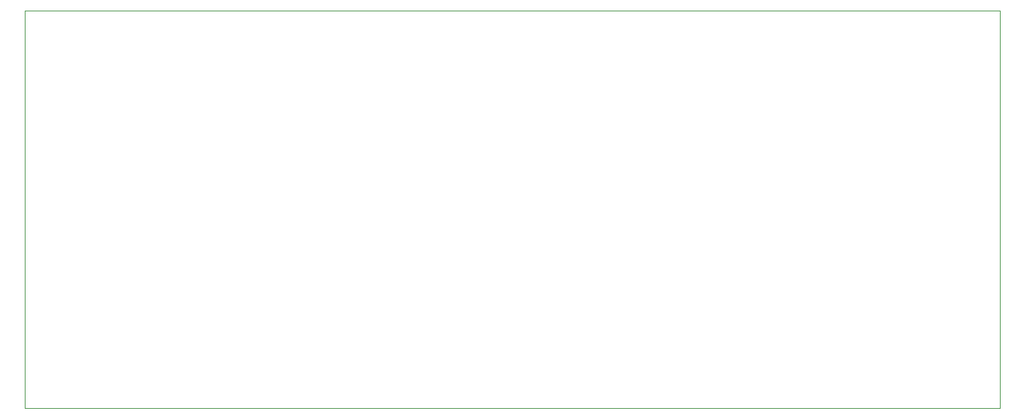
<source format=gbr>
%TF.GenerationSoftware,KiCad,Pcbnew,9.0.2*%
%TF.CreationDate,2025-06-10T15:27:33-03:00*%
%TF.ProjectId,proj3_potencia,70726f6a-335f-4706-9f74-656e6369612e,rev?*%
%TF.SameCoordinates,Original*%
%TF.FileFunction,Profile,NP*%
%FSLAX46Y46*%
G04 Gerber Fmt 4.6, Leading zero omitted, Abs format (unit mm)*
G04 Created by KiCad (PCBNEW 9.0.2) date 2025-06-10 15:27:33*
%MOMM*%
%LPD*%
G01*
G04 APERTURE LIST*
%TA.AperFunction,Profile*%
%ADD10C,0.050000*%
%TD*%
G04 APERTURE END LIST*
D10*
X87500000Y-57500000D02*
X204000000Y-57500000D01*
X204000000Y-105000000D01*
X87500000Y-105000000D01*
X87500000Y-57500000D01*
M02*

</source>
